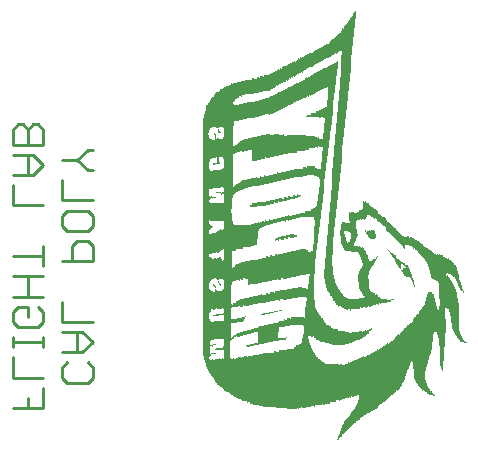
<source format=gbo>
G75*
G70*
%OFA0B0*%
%FSLAX24Y24*%
%IPPOS*%
%LPD*%
%AMOC8*
5,1,8,0,0,1.08239X$1,22.5*
%
%ADD10R,0.0030X0.7950*%
%ADD11R,0.0030X0.8190*%
%ADD12R,0.0030X0.8400*%
%ADD13R,0.0030X0.8610*%
%ADD14R,0.0030X0.8730*%
%ADD15R,0.0030X0.8820*%
%ADD16R,0.0030X0.0990*%
%ADD17R,0.0030X0.7860*%
%ADD18R,0.0030X0.0930*%
%ADD19R,0.0030X0.0780*%
%ADD20R,0.0030X0.0690*%
%ADD21R,0.0030X0.0120*%
%ADD22R,0.0030X0.0630*%
%ADD23R,0.0030X0.0210*%
%ADD24R,0.0030X0.0870*%
%ADD25R,0.0030X0.0810*%
%ADD26R,0.0030X0.1260*%
%ADD27R,0.0030X0.0480*%
%ADD28R,0.0030X0.0960*%
%ADD29R,0.0030X0.0090*%
%ADD30R,0.0030X0.0600*%
%ADD31R,0.0030X0.0150*%
%ADD32R,0.0030X0.0720*%
%ADD33R,0.0030X0.0660*%
%ADD34R,0.0030X0.0030*%
%ADD35R,0.0030X0.0060*%
%ADD36R,0.0030X0.0570*%
%ADD37R,0.0030X0.0540*%
%ADD38R,0.0030X0.1020*%
%ADD39R,0.0030X0.1050*%
%ADD40R,0.0030X0.1080*%
%ADD41R,0.0030X0.1110*%
%ADD42R,0.0030X0.0750*%
%ADD43R,0.0030X0.1170*%
%ADD44R,0.0030X0.1230*%
%ADD45R,0.0030X0.0840*%
%ADD46R,0.0030X0.1290*%
%ADD47R,0.0030X0.1350*%
%ADD48R,0.0030X0.1410*%
%ADD49R,0.0030X1.0140*%
%ADD50R,0.0030X1.0200*%
%ADD51R,0.0030X1.0230*%
%ADD52R,0.0030X1.0290*%
%ADD53R,0.0030X0.8550*%
%ADD54R,0.0030X0.4170*%
%ADD55R,0.0030X0.2430*%
%ADD56R,0.0030X0.3810*%
%ADD57R,0.0030X0.0450*%
%ADD58R,0.0030X0.1200*%
%ADD59R,0.0030X0.0240*%
%ADD60R,0.0030X0.0270*%
%ADD61R,0.0030X0.0510*%
%ADD62R,0.0030X0.0180*%
%ADD63R,0.0030X0.1320*%
%ADD64R,0.0030X0.0300*%
%ADD65R,0.0030X0.1380*%
%ADD66R,0.0030X0.0330*%
%ADD67R,0.0030X0.0360*%
%ADD68R,0.0030X0.0390*%
%ADD69R,0.0030X0.1470*%
%ADD70R,0.0030X0.0420*%
%ADD71R,0.0030X0.1500*%
%ADD72R,0.0030X0.1530*%
%ADD73R,0.0030X0.1560*%
%ADD74R,0.0030X0.1590*%
%ADD75R,0.0030X0.1620*%
%ADD76R,0.0030X0.1650*%
%ADD77R,0.0030X0.1680*%
%ADD78R,0.0030X0.1710*%
%ADD79R,0.0030X0.1740*%
%ADD80R,0.0030X0.1770*%
%ADD81R,0.0030X0.1800*%
%ADD82R,0.0030X0.1830*%
%ADD83R,0.0030X0.1860*%
%ADD84R,0.0030X0.1890*%
%ADD85R,0.0030X0.1920*%
%ADD86R,0.0030X0.1950*%
%ADD87R,0.0030X0.1980*%
%ADD88R,0.0030X0.2010*%
%ADD89R,0.0030X0.2040*%
%ADD90R,0.0030X0.2070*%
%ADD91R,0.0030X0.2100*%
%ADD92R,0.0030X0.2130*%
%ADD93R,0.0030X0.2160*%
%ADD94R,0.0030X0.2310*%
%ADD95R,0.0030X0.2460*%
%ADD96R,0.0030X0.3000*%
%ADD97R,0.0030X0.3150*%
%ADD98R,0.0030X0.3330*%
%ADD99R,0.0030X0.3510*%
%ADD100R,0.0030X0.3930*%
%ADD101R,0.0030X0.2280*%
%ADD102R,0.0030X0.2820*%
%ADD103R,0.0030X0.2850*%
%ADD104R,0.0030X0.3090*%
%ADD105R,0.0030X0.1140*%
%ADD106R,0.0030X0.0900*%
%ADD107R,0.0030X0.1440*%
%ADD108R,0.0030X0.2730*%
%ADD109R,0.0030X0.2700*%
%ADD110R,0.0030X0.2220*%
%ADD111R,0.0030X0.3120*%
%ADD112R,0.0030X0.3540*%
%ADD113R,0.0030X0.2520*%
%ADD114R,0.0030X0.2610*%
%ADD115R,0.0030X0.2670*%
%ADD116R,0.0030X0.2760*%
%ADD117R,0.0030X0.2790*%
%ADD118R,0.0030X0.2880*%
%ADD119R,0.0030X0.2940*%
%ADD120R,0.0030X0.3030*%
%ADD121R,0.0030X0.3180*%
%ADD122R,0.0030X0.3240*%
%ADD123R,0.0030X0.3900*%
%ADD124R,0.0030X0.3630*%
%ADD125R,0.0030X0.3390*%
%ADD126R,0.0030X0.2250*%
%ADD127R,0.0030X0.2340*%
%ADD128R,0.0030X0.2580*%
%ADD129R,0.0030X0.2640*%
%ADD130R,0.0030X0.3690*%
%ADD131R,0.0030X0.3780*%
%ADD132R,0.0030X0.3840*%
%ADD133R,0.0030X0.3480*%
%ADD134C,0.0090*%
D10*
X027835Y010100D03*
D11*
X027865Y010100D03*
D12*
X027895Y010115D03*
D13*
X027925Y010130D03*
D14*
X027955Y010130D03*
D15*
X027985Y010115D03*
D16*
X028795Y010130D03*
X031615Y007190D03*
X028465Y005570D03*
X028015Y014090D03*
X028105Y014240D03*
X028135Y014270D03*
X032215Y015410D03*
D17*
X028015Y009575D03*
D18*
X031645Y007160D03*
X033145Y008690D03*
X035665Y009050D03*
X028375Y005600D03*
X028045Y014150D03*
D19*
X028225Y013145D03*
X028045Y013025D03*
X029485Y013055D03*
X029515Y013055D03*
X029545Y013055D03*
X029575Y013055D03*
X029605Y013055D03*
X029635Y013085D03*
X029665Y013085D03*
X029695Y013085D03*
X029725Y013085D03*
X029755Y013085D03*
X029785Y013115D03*
X029815Y013115D03*
X029845Y013115D03*
X029875Y013115D03*
X029935Y013145D03*
X029965Y013145D03*
X029995Y013145D03*
X030025Y013145D03*
X029155Y010115D03*
X029125Y010115D03*
X029095Y010115D03*
X029065Y010115D03*
X029365Y008915D03*
X028075Y009035D03*
X031255Y009275D03*
X031285Y009275D03*
X031315Y009275D03*
X032485Y010205D03*
X035395Y009275D03*
X031795Y006995D03*
X031765Y007025D03*
X028285Y005645D03*
X032845Y017165D03*
D20*
X031975Y015440D03*
X030475Y013190D03*
X030445Y013190D03*
X030415Y013190D03*
X030385Y013190D03*
X030355Y013190D03*
X028255Y013100D03*
X028075Y013040D03*
X028045Y012050D03*
X028495Y012080D03*
X028525Y010970D03*
X028495Y010040D03*
X028285Y009950D03*
X028255Y009920D03*
X028225Y009920D03*
X028195Y009920D03*
X028165Y009920D03*
X028105Y009890D03*
X028075Y009890D03*
X028045Y009890D03*
X028135Y009050D03*
X028165Y009050D03*
X028285Y009050D03*
X028525Y008990D03*
X032245Y008240D03*
X031855Y006950D03*
X028195Y005690D03*
X035365Y009350D03*
X032755Y010580D03*
X032725Y010580D03*
X032455Y010220D03*
D21*
X033295Y010235D03*
X034135Y009515D03*
X033535Y009305D03*
X034825Y008615D03*
X033925Y007985D03*
X033895Y007985D03*
X033865Y007985D03*
X030835Y010145D03*
X030805Y010145D03*
X030775Y010145D03*
X030745Y010145D03*
X030655Y010115D03*
X030625Y010115D03*
X030595Y010115D03*
X030505Y010085D03*
X030475Y010085D03*
X030445Y010085D03*
X030355Y010055D03*
X030325Y010055D03*
X030145Y010625D03*
X030265Y010655D03*
X030355Y010685D03*
X030385Y010685D03*
X030415Y010685D03*
X030805Y010775D03*
X030925Y010805D03*
X031075Y010835D03*
X030865Y011435D03*
X030835Y011435D03*
X030715Y011405D03*
X030685Y011405D03*
X030595Y011375D03*
X030565Y011375D03*
X030535Y011375D03*
X030445Y011345D03*
X030415Y011345D03*
X030385Y011345D03*
X030295Y011315D03*
X030265Y011315D03*
X030235Y011315D03*
X030175Y011285D03*
X030145Y011285D03*
X030115Y011285D03*
X030085Y011285D03*
X030025Y011255D03*
X029995Y011255D03*
X029965Y011255D03*
X029935Y011255D03*
X029905Y011225D03*
X029875Y011225D03*
X029845Y011225D03*
X029815Y011225D03*
X029785Y011225D03*
X029755Y011195D03*
X029725Y011195D03*
X029695Y011195D03*
X029665Y011195D03*
X029635Y011195D03*
X029605Y011165D03*
X029575Y011165D03*
X029545Y011165D03*
X029515Y011165D03*
X029485Y011165D03*
X028045Y011405D03*
X030985Y011465D03*
X028345Y013655D03*
X031435Y014165D03*
X031465Y014165D03*
X031495Y014165D03*
X028885Y007835D03*
X028855Y007835D03*
X028825Y007835D03*
X028765Y007805D03*
X028525Y007535D03*
X028765Y007295D03*
X028795Y007295D03*
X028855Y007325D03*
X028885Y007325D03*
X028915Y007325D03*
X028945Y007325D03*
X029005Y007355D03*
X029035Y007355D03*
X029065Y007355D03*
X029095Y007355D03*
X029125Y007355D03*
X029155Y007385D03*
X029185Y007385D03*
X029425Y006965D03*
X029305Y006935D03*
X029185Y006905D03*
X029095Y006875D03*
X029065Y006875D03*
X028975Y006845D03*
X028495Y006395D03*
X032335Y003425D03*
X035395Y004925D03*
X035425Y004895D03*
D22*
X031945Y006890D03*
X030295Y006950D03*
X030265Y006950D03*
X030235Y006950D03*
X030205Y006950D03*
X030145Y006920D03*
X030115Y006920D03*
X028525Y007010D03*
X028495Y007010D03*
X028465Y007010D03*
X028435Y007010D03*
X028165Y006980D03*
X028135Y008000D03*
X028105Y008000D03*
X028225Y008030D03*
X028285Y008030D03*
X028465Y009020D03*
X028045Y010970D03*
X028075Y012020D03*
X028105Y012020D03*
X028135Y012020D03*
X028315Y012050D03*
X028345Y012050D03*
X028375Y012050D03*
X028405Y012050D03*
X028375Y013070D03*
X028285Y013070D03*
X028465Y013070D03*
X030535Y013190D03*
X030565Y013190D03*
X030595Y013190D03*
X030625Y013190D03*
X030295Y014600D03*
X030355Y014630D03*
X030415Y014660D03*
X030475Y014690D03*
X030535Y014720D03*
X030595Y014750D03*
X030655Y014780D03*
X030715Y014810D03*
X030775Y014840D03*
X030835Y014870D03*
X030865Y014900D03*
X030895Y014900D03*
X030925Y014930D03*
X030955Y014930D03*
X030985Y014960D03*
X031015Y014960D03*
X031045Y014990D03*
X031075Y014990D03*
X031105Y015020D03*
X031135Y015020D03*
X031165Y015050D03*
X031195Y015050D03*
X031255Y015080D03*
X031315Y015110D03*
X031375Y015140D03*
X032395Y016610D03*
X032425Y016640D03*
X028825Y014900D03*
X033175Y011000D03*
X033055Y008690D03*
X028165Y005720D03*
D23*
X030355Y007190D03*
X030445Y007220D03*
X030475Y007220D03*
X030505Y007220D03*
X030565Y007250D03*
X030595Y007250D03*
X030625Y007250D03*
X030745Y007280D03*
X029185Y007940D03*
X029035Y007910D03*
X029005Y007910D03*
X028975Y007880D03*
X032995Y009680D03*
X033445Y009200D03*
X034285Y009320D03*
X034315Y009290D03*
X034525Y008960D03*
X034735Y008840D03*
X033715Y008000D03*
X033205Y006890D03*
X033175Y006890D03*
X033145Y006860D03*
X032395Y003530D03*
X032395Y010250D03*
X031405Y010880D03*
X031375Y010880D03*
X031345Y010880D03*
X029785Y010520D03*
X029695Y010490D03*
X028045Y010460D03*
X031645Y014210D03*
X031675Y014210D03*
D24*
X028825Y010100D03*
X028045Y009020D03*
X031915Y008990D03*
X035455Y009170D03*
X035515Y009140D03*
X035545Y009110D03*
X035605Y009080D03*
X035605Y007370D03*
X035635Y007280D03*
X028345Y005600D03*
D25*
X028045Y007970D03*
X029335Y008900D03*
X029395Y008930D03*
X029425Y008930D03*
X029455Y008930D03*
X029485Y008930D03*
X029515Y008960D03*
X029545Y008960D03*
X029575Y008960D03*
X029605Y008960D03*
X029635Y008960D03*
X029665Y008990D03*
X029695Y008990D03*
X029725Y008990D03*
X029755Y008990D03*
X029785Y008990D03*
X029815Y009020D03*
X029845Y009020D03*
X029875Y009020D03*
X029905Y009020D03*
X029995Y009050D03*
X030025Y009050D03*
X030055Y009050D03*
X030145Y009080D03*
X030175Y009080D03*
X030205Y009080D03*
X030295Y009110D03*
X030325Y009110D03*
X030445Y009140D03*
X030475Y009140D03*
X030625Y009170D03*
X029035Y010100D03*
X029005Y010100D03*
X028975Y010100D03*
X028945Y010100D03*
X033115Y008690D03*
D26*
X031525Y007385D03*
X028855Y005435D03*
X028825Y005435D03*
X028045Y006755D03*
X032185Y005255D03*
X032215Y005255D03*
X032245Y005255D03*
X028405Y014405D03*
D27*
X029035Y015035D03*
X029065Y015035D03*
X029125Y015065D03*
X029155Y015065D03*
X029185Y015065D03*
X029245Y015095D03*
X029275Y015095D03*
X029305Y015095D03*
X029335Y015095D03*
X029365Y015125D03*
X029395Y015125D03*
X029425Y015125D03*
X029455Y015125D03*
X029545Y015155D03*
X029575Y015155D03*
X029605Y015155D03*
X029695Y015185D03*
X029725Y015185D03*
X029845Y015215D03*
X030265Y015395D03*
X030325Y015425D03*
X030385Y015455D03*
X030445Y015485D03*
X030595Y015575D03*
X030655Y015605D03*
X030715Y015635D03*
X030775Y015665D03*
X030835Y015695D03*
X030895Y015725D03*
X030925Y015755D03*
X030955Y015755D03*
X030985Y015785D03*
X031045Y015815D03*
X031105Y015845D03*
X031165Y015875D03*
X031195Y015905D03*
X031225Y015905D03*
X031255Y015935D03*
X031285Y015935D03*
X031315Y015965D03*
X031345Y015965D03*
X031375Y015995D03*
X031405Y015995D03*
X031435Y016025D03*
X031465Y016025D03*
X031495Y016055D03*
X031525Y016085D03*
X031555Y016085D03*
X031585Y016115D03*
X031615Y016115D03*
X031645Y016145D03*
X031675Y016145D03*
X031705Y016175D03*
X031735Y016175D03*
X031765Y016205D03*
X031825Y016235D03*
X031885Y016265D03*
X031945Y016295D03*
X032005Y016325D03*
X032035Y016355D03*
X032125Y016415D03*
X032275Y015695D03*
X031225Y013265D03*
X033265Y011015D03*
X035245Y009545D03*
X035275Y009515D03*
X035965Y009155D03*
X036025Y009125D03*
X036085Y009095D03*
X032425Y008015D03*
X032395Y008045D03*
X032395Y006755D03*
X032425Y006755D03*
X032365Y006755D03*
X032335Y006755D03*
X028885Y008885D03*
X028045Y005825D03*
X028075Y005765D03*
X032875Y004145D03*
D28*
X028435Y005585D03*
X028405Y005585D03*
X035665Y007205D03*
X032905Y010445D03*
X028075Y014195D03*
D29*
X028375Y013610D03*
X028375Y012590D03*
X028465Y011570D03*
X028495Y011570D03*
X028075Y011420D03*
X029425Y011150D03*
X029455Y011150D03*
X030055Y011270D03*
X030205Y011300D03*
X030325Y011330D03*
X030355Y011330D03*
X030475Y011360D03*
X030505Y011360D03*
X030625Y011390D03*
X030655Y011390D03*
X030745Y011420D03*
X030775Y011420D03*
X030805Y011420D03*
X030895Y011450D03*
X030925Y011450D03*
X030955Y011450D03*
X031015Y011480D03*
X031045Y011480D03*
X030955Y010160D03*
X030925Y010160D03*
X030895Y010160D03*
X030865Y010160D03*
X030715Y010130D03*
X030685Y010130D03*
X030565Y010100D03*
X030535Y010100D03*
X030415Y010070D03*
X030385Y010070D03*
X030295Y010040D03*
X030265Y010040D03*
X028105Y010460D03*
X028345Y008600D03*
X028195Y008480D03*
X028225Y008450D03*
X028795Y007820D03*
X029215Y007400D03*
X028945Y006830D03*
X028915Y006800D03*
X028885Y006800D03*
X028855Y006770D03*
X028795Y006740D03*
X028465Y006380D03*
X028435Y006380D03*
X028405Y006380D03*
X030325Y006680D03*
X030385Y006710D03*
X030415Y006710D03*
X033355Y006980D03*
X033385Y007010D03*
X033955Y007970D03*
X034885Y008480D03*
X034855Y008540D03*
X034465Y008990D03*
X034465Y009230D03*
X034435Y009230D03*
X033565Y009350D03*
X033265Y010250D03*
X036475Y008330D03*
X036505Y006650D03*
X036535Y006620D03*
X035455Y004880D03*
X031405Y014150D03*
X031375Y014150D03*
D30*
X030805Y014855D03*
X030745Y014825D03*
X030685Y014795D03*
X030625Y014765D03*
X030565Y014735D03*
X030505Y014705D03*
X030445Y014675D03*
X030385Y014645D03*
X030325Y014615D03*
X030265Y014585D03*
X030205Y014555D03*
X030145Y014525D03*
X028855Y014945D03*
X030655Y013205D03*
X030685Y013205D03*
X030715Y013205D03*
X030745Y013205D03*
X030775Y013205D03*
X028465Y012065D03*
X028435Y012065D03*
X028285Y012035D03*
X028255Y012035D03*
X028225Y012035D03*
X028195Y012035D03*
X028165Y012035D03*
X028165Y013055D03*
X028195Y013055D03*
X028135Y013055D03*
X028405Y013085D03*
X028435Y013085D03*
X028435Y010955D03*
X028405Y010955D03*
X028375Y010955D03*
X028345Y010955D03*
X028315Y010955D03*
X028285Y010955D03*
X028255Y010955D03*
X028225Y010955D03*
X028075Y010955D03*
X028465Y010955D03*
X028495Y010955D03*
X033205Y010985D03*
X035335Y009395D03*
X032305Y008135D03*
X032005Y006875D03*
X031975Y006875D03*
X032035Y006845D03*
X030175Y006935D03*
X030085Y006905D03*
X030055Y006905D03*
X030025Y006905D03*
X029995Y006905D03*
X029965Y006875D03*
X029935Y006875D03*
X029905Y006875D03*
X029875Y006875D03*
X029815Y006845D03*
X029785Y006845D03*
X029665Y006815D03*
X028405Y006995D03*
X028375Y006995D03*
X028345Y006995D03*
X028315Y006995D03*
X028285Y006995D03*
X028255Y006995D03*
X028225Y006995D03*
X028195Y006995D03*
X028135Y006965D03*
X028105Y006965D03*
X028165Y007985D03*
X028195Y007985D03*
X028315Y008015D03*
X028345Y008015D03*
X028375Y008015D03*
X028405Y008015D03*
X028435Y008015D03*
X028465Y008045D03*
X028135Y005735D03*
X032335Y016565D03*
X032365Y016595D03*
D31*
X031585Y014180D03*
X031555Y014180D03*
X031525Y014180D03*
X028525Y011570D03*
X029875Y010550D03*
X029935Y010580D03*
X029965Y010580D03*
X029995Y010580D03*
X030055Y010610D03*
X030085Y010610D03*
X030115Y010610D03*
X030175Y010640D03*
X030205Y010640D03*
X030235Y010640D03*
X030295Y010670D03*
X030325Y010670D03*
X030445Y010700D03*
X030475Y010700D03*
X030505Y010700D03*
X030535Y010700D03*
X030595Y010730D03*
X030625Y010730D03*
X030655Y010730D03*
X030715Y010760D03*
X030745Y010760D03*
X030775Y010760D03*
X030835Y010790D03*
X030865Y010790D03*
X030895Y010790D03*
X030955Y010820D03*
X030985Y010820D03*
X031015Y010820D03*
X031045Y010820D03*
X031105Y010850D03*
X031135Y010850D03*
X031165Y010850D03*
X031195Y010850D03*
X033325Y010220D03*
X033565Y010160D03*
X034165Y009470D03*
X034195Y009440D03*
X034795Y008690D03*
X033835Y007970D03*
X033805Y007970D03*
X033775Y007970D03*
X033325Y006950D03*
X033295Y006950D03*
X033265Y006920D03*
X036475Y006680D03*
X032365Y003470D03*
X028525Y006380D03*
X029005Y006860D03*
X029035Y006860D03*
X029125Y006890D03*
X029155Y006890D03*
X029215Y006920D03*
X029245Y006920D03*
X029275Y006920D03*
X029335Y006950D03*
X029365Y006950D03*
X029395Y006950D03*
X029455Y006980D03*
X029485Y006980D03*
X029515Y006980D03*
X029545Y007010D03*
X029575Y007010D03*
X029605Y007010D03*
X029635Y007010D03*
X028975Y007340D03*
X028825Y007310D03*
X028915Y007850D03*
X028075Y010460D03*
D32*
X028405Y009995D03*
X028375Y009965D03*
X028315Y009935D03*
X028525Y010025D03*
X029425Y010175D03*
X029455Y010175D03*
X029485Y010175D03*
X029545Y010205D03*
X029575Y010205D03*
X029605Y010205D03*
X028405Y009065D03*
X028375Y009065D03*
X028105Y009035D03*
X028525Y008075D03*
X028075Y007985D03*
X028225Y005675D03*
X033355Y008165D03*
X033085Y008675D03*
X028525Y012095D03*
X028495Y013085D03*
X030205Y013175D03*
X030235Y013175D03*
X030265Y013175D03*
X030295Y013175D03*
X030325Y013175D03*
X028825Y014165D03*
D33*
X030505Y013205D03*
X028105Y013055D03*
X031225Y015065D03*
X031285Y015095D03*
X031345Y015125D03*
X031405Y015155D03*
X031435Y015185D03*
X031465Y015185D03*
X031495Y015215D03*
X031525Y015215D03*
X031555Y015245D03*
X031585Y015245D03*
X031615Y015275D03*
X031645Y015275D03*
X031675Y015305D03*
X031705Y015305D03*
X031735Y015335D03*
X031765Y015335D03*
X031795Y015365D03*
X031825Y015365D03*
X031855Y015395D03*
X031885Y015395D03*
X031915Y015425D03*
X031945Y015425D03*
X032455Y016655D03*
X028465Y010025D03*
X028435Y010025D03*
X028135Y009905D03*
X028195Y009065D03*
X028225Y009065D03*
X028255Y009065D03*
X028435Y009035D03*
X028495Y009005D03*
X028495Y008045D03*
X028255Y008045D03*
X028075Y006965D03*
X031885Y006935D03*
X031915Y006905D03*
X032275Y008165D03*
X032995Y004355D03*
D34*
X032305Y003350D03*
X035545Y004820D03*
X036565Y006590D03*
X036595Y006590D03*
X034165Y008000D03*
X034135Y008000D03*
X034105Y008000D03*
X034435Y008990D03*
X034525Y009200D03*
X034045Y009620D03*
X034015Y009650D03*
X033625Y009440D03*
X031075Y011480D03*
X028405Y011570D03*
X028375Y011570D03*
X028345Y011570D03*
X028315Y011570D03*
X028285Y011570D03*
X028225Y011420D03*
X028195Y011420D03*
X028165Y011420D03*
X028135Y011420D03*
X028135Y010460D03*
X028255Y012530D03*
X028285Y012560D03*
X028405Y013580D03*
X031285Y014120D03*
X030445Y007640D03*
X030415Y007640D03*
X030385Y007640D03*
X030295Y007610D03*
X030265Y007610D03*
X030235Y007610D03*
X030205Y007610D03*
X030175Y007580D03*
X030145Y007580D03*
X030115Y007580D03*
X030085Y007580D03*
X030055Y007580D03*
X030025Y007550D03*
X029995Y007550D03*
X029965Y007550D03*
X029935Y007550D03*
X029905Y007550D03*
X029815Y007520D03*
X029785Y007520D03*
X029245Y007430D03*
X028465Y007520D03*
X028435Y007520D03*
X028405Y007520D03*
X028375Y007520D03*
X028255Y007490D03*
X028225Y007490D03*
X028195Y007490D03*
X028165Y007490D03*
X028165Y006500D03*
X028195Y006500D03*
X028225Y006500D03*
X028105Y006470D03*
X028075Y006470D03*
X028255Y006350D03*
X028225Y006200D03*
X028195Y006200D03*
X028165Y006200D03*
X028135Y006200D03*
X028105Y006200D03*
X029275Y006470D03*
X030595Y006740D03*
D35*
X030565Y006725D03*
X030535Y006725D03*
X030505Y006725D03*
X030475Y006725D03*
X030445Y006725D03*
X030355Y006695D03*
X029635Y006545D03*
X029605Y006545D03*
X029575Y006545D03*
X029545Y006545D03*
X029515Y006515D03*
X029485Y006515D03*
X029455Y006515D03*
X029425Y006515D03*
X029395Y006515D03*
X029365Y006485D03*
X029335Y006485D03*
X029305Y006485D03*
X028825Y006755D03*
X028765Y006725D03*
X028135Y006485D03*
X028285Y006365D03*
X028315Y006365D03*
X028345Y006365D03*
X028375Y006365D03*
X028075Y006185D03*
X028285Y007505D03*
X028315Y007505D03*
X028345Y007505D03*
X028495Y007535D03*
X029845Y007535D03*
X029875Y007535D03*
X028405Y008525D03*
X028375Y008555D03*
X028165Y008495D03*
X030235Y010025D03*
X029395Y011135D03*
X028435Y011555D03*
X028105Y011435D03*
X028165Y012545D03*
X028195Y012545D03*
X028195Y013535D03*
X031315Y014135D03*
X031345Y014135D03*
X032965Y010175D03*
X033235Y010295D03*
X033595Y009395D03*
X034075Y009575D03*
X034105Y009545D03*
X034495Y009215D03*
X034555Y009185D03*
X034585Y009155D03*
X034075Y007985D03*
X034045Y007985D03*
X034015Y007985D03*
X033985Y007985D03*
X033445Y007055D03*
X033415Y007025D03*
X036505Y008285D03*
X035485Y004865D03*
X035515Y004835D03*
D36*
X032965Y004280D03*
X032065Y006830D03*
X032335Y008090D03*
X033385Y008090D03*
X029845Y006860D03*
X029755Y006830D03*
X029725Y006830D03*
X029695Y006830D03*
X029305Y009020D03*
X029275Y009020D03*
X029245Y009020D03*
X029155Y008990D03*
X029125Y008990D03*
X029095Y008990D03*
X029035Y008960D03*
X028195Y010940D03*
X028165Y010940D03*
X028135Y010940D03*
X028105Y010940D03*
X030805Y013220D03*
X030835Y013220D03*
X030865Y013220D03*
X030895Y013220D03*
X030925Y013220D03*
X030235Y014570D03*
X030175Y014540D03*
X030115Y014510D03*
X030085Y014510D03*
X030025Y014480D03*
X028885Y014960D03*
X028855Y014240D03*
X032275Y016520D03*
X032305Y016550D03*
X033235Y011000D03*
D37*
X032425Y010235D03*
X033325Y009125D03*
X032365Y008075D03*
X032095Y006815D03*
X032155Y006785D03*
X032185Y006785D03*
X029215Y009005D03*
X029185Y009005D03*
X029065Y008975D03*
X029005Y008945D03*
X029635Y010325D03*
X030955Y013235D03*
X030985Y013235D03*
X031015Y013235D03*
X031045Y013235D03*
X029575Y014375D03*
X029695Y014405D03*
X029725Y014405D03*
X029815Y014435D03*
X029845Y014435D03*
X029875Y014435D03*
X029905Y014465D03*
X029935Y014465D03*
X029965Y014465D03*
X029995Y014465D03*
X030055Y014495D03*
X029275Y014315D03*
X029245Y014315D03*
X029155Y014285D03*
X029125Y014285D03*
X029005Y014255D03*
X028885Y014255D03*
X028915Y014975D03*
X032215Y016475D03*
X032245Y016505D03*
X035935Y009155D03*
X028105Y005735D03*
X032935Y004235D03*
D38*
X028495Y005555D03*
X031585Y007235D03*
X035575Y007445D03*
X032875Y010415D03*
X028165Y014285D03*
X032815Y016985D03*
D39*
X028195Y014300D03*
X032125Y008600D03*
X028525Y005540D03*
D40*
X035935Y008285D03*
X035995Y008255D03*
X036025Y008225D03*
X028225Y014315D03*
D41*
X028255Y014330D03*
X035965Y008270D03*
X036055Y008180D03*
X035545Y007520D03*
D42*
X032215Y008330D03*
X031375Y009260D03*
X031345Y009260D03*
X029515Y010190D03*
X029395Y010160D03*
X029365Y010160D03*
X029335Y010160D03*
X029305Y010160D03*
X029275Y010130D03*
X029245Y010130D03*
X029215Y010130D03*
X029185Y010130D03*
X028345Y009950D03*
X028345Y009050D03*
X028315Y009050D03*
X031825Y006980D03*
X028255Y005660D03*
X029905Y013130D03*
X030055Y013160D03*
X030085Y013160D03*
X030115Y013160D03*
X030145Y013160D03*
X030175Y013160D03*
X032245Y015560D03*
D43*
X028285Y014330D03*
X036085Y008090D03*
X036325Y007310D03*
X032935Y005420D03*
X032905Y005420D03*
X032845Y005390D03*
X032815Y005390D03*
X032755Y005360D03*
X032725Y005360D03*
X032665Y005330D03*
X032455Y005270D03*
X032425Y005270D03*
X032395Y005270D03*
X028765Y005450D03*
D44*
X028735Y005480D03*
X032275Y005270D03*
X032305Y005270D03*
X032335Y005270D03*
X028315Y014330D03*
X028345Y014360D03*
X028375Y014390D03*
X032185Y015290D03*
D45*
X028525Y013115D03*
X028345Y012965D03*
X028315Y012965D03*
X028855Y010085D03*
X028885Y010085D03*
X028915Y010085D03*
X030355Y009125D03*
X030385Y009125D03*
X030415Y009125D03*
X030505Y009155D03*
X030535Y009155D03*
X030565Y009155D03*
X030595Y009155D03*
X030655Y009185D03*
X030685Y009185D03*
X030715Y009185D03*
X030745Y009185D03*
X030775Y009215D03*
X030805Y009215D03*
X030835Y009215D03*
X030865Y009215D03*
X030895Y009215D03*
X030925Y009245D03*
X030955Y009245D03*
X030985Y009245D03*
X031015Y009245D03*
X031045Y009245D03*
X031075Y009275D03*
X031105Y009275D03*
X031135Y009275D03*
X031165Y009275D03*
X031195Y009275D03*
X031225Y009275D03*
X030265Y009095D03*
X030235Y009095D03*
X030115Y009065D03*
X030085Y009065D03*
X029965Y009035D03*
X029935Y009035D03*
X032185Y008405D03*
X031705Y007085D03*
X031735Y007055D03*
X028315Y005615D03*
X035425Y009215D03*
X035575Y009095D03*
X032515Y010175D03*
D46*
X034765Y006620D03*
X032155Y005240D03*
X032125Y005240D03*
X032095Y005240D03*
X032065Y005240D03*
X028915Y005420D03*
X028885Y005420D03*
X028465Y014420D03*
X028435Y014420D03*
X032785Y016820D03*
D47*
X028495Y014420D03*
X035695Y007130D03*
X034795Y006620D03*
X031915Y005210D03*
D48*
X031825Y005240D03*
X031795Y005240D03*
X029125Y005390D03*
X029095Y005390D03*
X036115Y007940D03*
X028525Y014390D03*
D49*
X028555Y010055D03*
X028585Y010055D03*
D50*
X028615Y010055D03*
D51*
X028645Y010040D03*
X028675Y010040D03*
D52*
X028705Y010040D03*
D53*
X028735Y010910D03*
D54*
X028765Y013130D03*
D55*
X028765Y009710D03*
X035005Y006350D03*
D56*
X028795Y013310D03*
D57*
X031255Y013250D03*
X031285Y013250D03*
X031315Y013250D03*
X031345Y013250D03*
X029215Y015080D03*
X031795Y016220D03*
X031855Y016250D03*
X031915Y016280D03*
X031975Y016310D03*
X032575Y009890D03*
X033355Y009140D03*
X033025Y008720D03*
X033445Y008060D03*
X033475Y008060D03*
X032485Y007970D03*
X032455Y008000D03*
X032455Y006740D03*
X032485Y006740D03*
X032515Y006740D03*
X032545Y006740D03*
X035905Y007160D03*
X036265Y008870D03*
X036235Y008930D03*
X036175Y009020D03*
X036145Y009050D03*
X036115Y009080D03*
X036055Y009110D03*
X028855Y008870D03*
X028825Y008870D03*
X028795Y008840D03*
X032845Y004100D03*
X032815Y004070D03*
X032785Y004040D03*
D58*
X032365Y005255D03*
X032875Y005405D03*
X032965Y005435D03*
X032995Y005435D03*
X028795Y005435D03*
D59*
X030535Y007235D03*
X030655Y007265D03*
X030685Y007265D03*
X030715Y007265D03*
X030775Y007295D03*
X030805Y007295D03*
X030835Y007295D03*
X030925Y007325D03*
X030955Y007325D03*
X031075Y007295D03*
X031105Y007295D03*
X031135Y007295D03*
X029635Y008015D03*
X029605Y008015D03*
X029485Y007985D03*
X029455Y007985D03*
X029425Y007985D03*
X029395Y007985D03*
X029335Y007955D03*
X029305Y007955D03*
X029275Y007955D03*
X029245Y007955D03*
X029215Y007955D03*
X029155Y007925D03*
X029125Y007925D03*
X029095Y007925D03*
X029065Y007925D03*
X033025Y006815D03*
X033085Y006845D03*
X033115Y006845D03*
X033685Y007985D03*
X034555Y008945D03*
X034585Y008945D03*
X034345Y009245D03*
X033025Y009665D03*
X033385Y010205D03*
X033535Y010175D03*
X031435Y010895D03*
X031615Y012275D03*
X031765Y013235D03*
X031795Y013235D03*
X031735Y014225D03*
X031705Y014225D03*
X028945Y013055D03*
X028885Y013025D03*
X028855Y013025D03*
X028825Y012995D03*
X029005Y011765D03*
X028975Y011735D03*
X028945Y011735D03*
X028915Y011705D03*
X028885Y011675D03*
X028825Y011645D03*
X032305Y015845D03*
X036415Y008465D03*
X036415Y006755D03*
X035305Y005015D03*
X032425Y003575D03*
D60*
X032455Y003620D03*
X032935Y006800D03*
X032965Y006800D03*
X032995Y006800D03*
X033055Y006830D03*
X033655Y008000D03*
X032995Y008750D03*
X033415Y009170D03*
X033055Y009650D03*
X032635Y009770D03*
X033415Y010190D03*
X033805Y010640D03*
X033775Y010670D03*
X033745Y010700D03*
X033715Y010730D03*
X033685Y010760D03*
X033025Y010820D03*
X032995Y010820D03*
X032965Y010820D03*
X032935Y010790D03*
X032635Y010430D03*
X032605Y010430D03*
X032575Y010430D03*
X031465Y010910D03*
X030835Y012200D03*
X030805Y012200D03*
X030775Y012200D03*
X030745Y012200D03*
X030715Y012170D03*
X030685Y012170D03*
X030655Y012170D03*
X030625Y012170D03*
X030595Y012170D03*
X030565Y012140D03*
X030535Y012140D03*
X030505Y012140D03*
X030475Y012140D03*
X030445Y012140D03*
X030415Y012110D03*
X030385Y012110D03*
X030355Y012110D03*
X030325Y012110D03*
X030265Y012080D03*
X030235Y012080D03*
X030205Y012080D03*
X030175Y012080D03*
X030145Y012050D03*
X030115Y012050D03*
X030085Y012050D03*
X030055Y012050D03*
X030025Y012050D03*
X029995Y012020D03*
X029965Y012020D03*
X029935Y012020D03*
X029905Y012020D03*
X029845Y011990D03*
X029815Y011990D03*
X029785Y011990D03*
X029755Y011990D03*
X029695Y011960D03*
X029665Y011960D03*
X029635Y011960D03*
X029575Y011930D03*
X029545Y011930D03*
X029515Y011930D03*
X029485Y011930D03*
X029425Y011900D03*
X029395Y011900D03*
X029365Y011900D03*
X029335Y011900D03*
X029275Y011870D03*
X029245Y011870D03*
X029065Y011810D03*
X029035Y011780D03*
X028855Y011660D03*
X030865Y012230D03*
X030895Y012230D03*
X030925Y012230D03*
X030955Y012230D03*
X030985Y012230D03*
X031015Y012260D03*
X031045Y012260D03*
X031075Y012260D03*
X031105Y012260D03*
X031135Y012260D03*
X031255Y012290D03*
X031285Y012290D03*
X031555Y012290D03*
X031585Y012290D03*
X031645Y012260D03*
X031675Y012260D03*
X031705Y013250D03*
X031735Y013250D03*
X031765Y014240D03*
X031795Y014240D03*
X028975Y013070D03*
X028915Y013040D03*
X034555Y009980D03*
X034585Y009980D03*
X034615Y009980D03*
X034705Y009950D03*
X034375Y009200D03*
X034405Y009170D03*
X034705Y008900D03*
X036385Y008540D03*
X031255Y008240D03*
X030205Y008120D03*
X030055Y008090D03*
X030025Y008090D03*
X029995Y008090D03*
X029905Y008060D03*
X029875Y008060D03*
X029845Y008060D03*
X029815Y008060D03*
X029755Y008030D03*
X029725Y008030D03*
X029695Y008030D03*
X029665Y008030D03*
X029575Y008000D03*
X029545Y008000D03*
X029515Y008000D03*
X029365Y007970D03*
X030865Y007310D03*
X030895Y007310D03*
X030985Y007310D03*
X031015Y007310D03*
X031045Y007310D03*
X032905Y017510D03*
D61*
X032875Y017330D03*
X032185Y016460D03*
X032155Y016430D03*
X032095Y016400D03*
X032065Y016370D03*
X031135Y015860D03*
X031075Y015830D03*
X031015Y015800D03*
X030865Y015710D03*
X030805Y015680D03*
X030745Y015650D03*
X030685Y015620D03*
X030625Y015590D03*
X030565Y015560D03*
X030535Y015530D03*
X030505Y015530D03*
X030475Y015500D03*
X030415Y015470D03*
X030355Y015440D03*
X030295Y015410D03*
X030235Y015380D03*
X030205Y015350D03*
X030175Y015350D03*
X030145Y015320D03*
X030115Y015320D03*
X030085Y015290D03*
X030055Y015290D03*
X030025Y015260D03*
X029995Y015260D03*
X029965Y015230D03*
X029935Y015230D03*
X029905Y015230D03*
X029875Y015230D03*
X029815Y015200D03*
X029785Y015200D03*
X029755Y015200D03*
X029665Y015170D03*
X029635Y015170D03*
X029515Y015140D03*
X029485Y015140D03*
X029095Y015050D03*
X029005Y015020D03*
X028975Y015020D03*
X028945Y014990D03*
X029605Y014390D03*
X029635Y014390D03*
X029665Y014390D03*
X029755Y014420D03*
X029785Y014420D03*
X029545Y014360D03*
X029515Y014360D03*
X029485Y014360D03*
X029455Y014360D03*
X029425Y014330D03*
X029395Y014330D03*
X029365Y014330D03*
X029335Y014330D03*
X029305Y014330D03*
X029215Y014300D03*
X029185Y014300D03*
X029095Y014270D03*
X029065Y014270D03*
X029035Y014270D03*
X028975Y014240D03*
X028945Y014240D03*
X028915Y014240D03*
X031075Y013250D03*
X031105Y013250D03*
X031135Y013250D03*
X031165Y013250D03*
X031195Y013250D03*
X032545Y009950D03*
X033145Y009500D03*
X035305Y009470D03*
X035995Y009140D03*
X033415Y008060D03*
X032305Y006770D03*
X032275Y006770D03*
X032245Y006770D03*
X032215Y006770D03*
X032125Y006800D03*
X028975Y008930D03*
X028945Y008930D03*
X028915Y008900D03*
X032905Y004190D03*
D62*
X035335Y004985D03*
X035365Y004955D03*
X036445Y006725D03*
X036445Y008405D03*
X034765Y008765D03*
X034495Y008975D03*
X034255Y009365D03*
X034225Y009395D03*
X033505Y009275D03*
X033475Y009245D03*
X032965Y009695D03*
X032935Y009695D03*
X032905Y009695D03*
X032875Y009695D03*
X033355Y010205D03*
X031315Y010865D03*
X031285Y010865D03*
X031255Y010865D03*
X031225Y010865D03*
X030685Y010745D03*
X030565Y010715D03*
X030025Y010595D03*
X029905Y010565D03*
X029845Y010535D03*
X029815Y010535D03*
X029755Y010505D03*
X029725Y010505D03*
X033745Y007985D03*
X033235Y006905D03*
X030415Y007205D03*
X030385Y007205D03*
X028945Y007865D03*
X031615Y014195D03*
D63*
X031705Y011105D03*
X031675Y010865D03*
X032785Y010265D03*
X032815Y010265D03*
X032845Y010265D03*
X031555Y009815D03*
X035515Y007535D03*
X036295Y007415D03*
X034735Y006575D03*
X032035Y005225D03*
X032005Y005225D03*
X031975Y005225D03*
X031945Y005225D03*
X028975Y005405D03*
X028945Y005405D03*
D64*
X031165Y007265D03*
X030355Y008135D03*
X030325Y008135D03*
X030295Y008135D03*
X030265Y008135D03*
X030235Y008135D03*
X030175Y008105D03*
X030145Y008105D03*
X030115Y008105D03*
X030085Y008105D03*
X029965Y008075D03*
X029935Y008075D03*
X029785Y008045D03*
X030415Y008165D03*
X030445Y008165D03*
X030475Y008165D03*
X030625Y008195D03*
X031135Y008255D03*
X031165Y008255D03*
X031195Y008255D03*
X031225Y008255D03*
X031285Y008225D03*
X033055Y007895D03*
X033085Y007895D03*
X033175Y007925D03*
X033625Y008015D03*
X032905Y006785D03*
X032875Y006785D03*
X035275Y005075D03*
X036385Y006815D03*
X032695Y009785D03*
X032665Y009785D03*
X032935Y010205D03*
X032695Y010415D03*
X032665Y010415D03*
X032545Y010445D03*
X032695Y010775D03*
X033055Y010835D03*
X033085Y010835D03*
X033565Y010865D03*
X033595Y010835D03*
X033625Y010805D03*
X033655Y010775D03*
X033835Y010625D03*
X033865Y010595D03*
X033895Y010565D03*
X033505Y010175D03*
X033475Y010175D03*
X033445Y010175D03*
X034645Y009965D03*
X034675Y009965D03*
X034735Y009935D03*
X034765Y009935D03*
X034795Y009905D03*
X034825Y009905D03*
X034885Y009875D03*
X031495Y010895D03*
X029725Y011975D03*
X029605Y011945D03*
X029455Y011915D03*
X029305Y011885D03*
X029215Y011855D03*
X029185Y011855D03*
X029155Y011855D03*
X029125Y011825D03*
X029095Y011825D03*
X029875Y012005D03*
X030295Y012095D03*
X031165Y012275D03*
X031195Y012275D03*
X031225Y012275D03*
X031315Y012305D03*
X031345Y012305D03*
X031375Y012305D03*
X031405Y012305D03*
X031435Y012305D03*
X031465Y012305D03*
X031495Y012305D03*
X031525Y012305D03*
X031675Y013265D03*
X031825Y014255D03*
X029005Y013085D03*
X029665Y010445D03*
X032485Y003665D03*
D65*
X031885Y005225D03*
X031855Y005225D03*
X029065Y005405D03*
X029035Y005405D03*
X029005Y005405D03*
X034705Y006515D03*
X031945Y009095D03*
X031525Y009575D03*
X031645Y010625D03*
D66*
X032605Y009800D03*
X032725Y009800D03*
X033385Y009140D03*
X034405Y010040D03*
X034375Y010070D03*
X034345Y010100D03*
X034315Y010130D03*
X034195Y010250D03*
X034165Y010280D03*
X034135Y010310D03*
X034105Y010340D03*
X034075Y010370D03*
X034045Y010400D03*
X034015Y010430D03*
X033985Y010460D03*
X033955Y010490D03*
X033925Y010520D03*
X033535Y010880D03*
X033505Y010910D03*
X033475Y010940D03*
X033385Y011000D03*
X033115Y010850D03*
X034435Y010010D03*
X034855Y009890D03*
X034915Y009860D03*
X034945Y009830D03*
X034975Y009800D03*
X034675Y008960D03*
X033595Y008030D03*
X033205Y007940D03*
X033145Y007910D03*
X033115Y007910D03*
X033025Y007880D03*
X032995Y007880D03*
X032965Y007880D03*
X032935Y007880D03*
X032905Y007880D03*
X032845Y006770D03*
X032815Y006770D03*
X031105Y008270D03*
X031075Y008270D03*
X031045Y008270D03*
X031015Y008270D03*
X030925Y008240D03*
X030895Y008240D03*
X030865Y008240D03*
X030835Y008240D03*
X030805Y008240D03*
X030775Y008210D03*
X030745Y008210D03*
X030715Y008210D03*
X030685Y008210D03*
X030655Y008210D03*
X030595Y008180D03*
X030565Y008180D03*
X030535Y008180D03*
X030505Y008180D03*
X030385Y008150D03*
X031885Y008870D03*
X036355Y008630D03*
X031705Y012200D03*
X031645Y013250D03*
X031855Y014240D03*
X031885Y014240D03*
X029065Y013130D03*
X029035Y013100D03*
D67*
X029095Y013145D03*
X029125Y013145D03*
X031555Y013265D03*
X031585Y013265D03*
X031615Y013265D03*
X031525Y010895D03*
X033145Y010865D03*
X033355Y011015D03*
X033415Y010985D03*
X033445Y010955D03*
X034225Y010235D03*
X034255Y010205D03*
X034285Y010175D03*
X034465Y009965D03*
X033085Y009605D03*
X030985Y008255D03*
X030955Y008255D03*
X032665Y007865D03*
X032695Y007865D03*
X032725Y007865D03*
X032785Y007865D03*
X032815Y007865D03*
X032845Y007865D03*
X032875Y007865D03*
X033565Y008015D03*
X032785Y006755D03*
X032755Y006755D03*
X032725Y006755D03*
X032695Y006755D03*
X030325Y007115D03*
X032515Y003725D03*
X036325Y008705D03*
D68*
X036295Y008780D03*
X035095Y009680D03*
X035065Y009710D03*
X035035Y009740D03*
X035005Y009770D03*
X034525Y009920D03*
X034495Y009950D03*
X034615Y008990D03*
X034645Y008990D03*
X033535Y008030D03*
X032755Y007850D03*
X032635Y007880D03*
X032605Y007880D03*
X032575Y007910D03*
X032635Y006740D03*
X032665Y006740D03*
X032545Y003770D03*
X033325Y011030D03*
X031525Y013280D03*
X029305Y013190D03*
X029275Y013190D03*
X029245Y013190D03*
X029185Y013160D03*
X029155Y013160D03*
D69*
X032155Y015140D03*
X031615Y010400D03*
X029185Y005390D03*
X029155Y005390D03*
D70*
X032575Y006755D03*
X032605Y006755D03*
X032545Y007925D03*
X032515Y007955D03*
X033505Y008045D03*
X033115Y009545D03*
X032755Y009845D03*
X031555Y010865D03*
X033295Y011045D03*
X035125Y009665D03*
X035155Y009635D03*
X035185Y009605D03*
X035215Y009575D03*
X036205Y008975D03*
X036355Y006905D03*
X035245Y005135D03*
X032755Y003995D03*
X032725Y003965D03*
X032695Y003935D03*
X032665Y003905D03*
X032635Y003875D03*
X032605Y003845D03*
X032575Y003815D03*
X029215Y013175D03*
X029335Y013205D03*
X029365Y013205D03*
X029395Y013205D03*
X029425Y013205D03*
X029455Y013205D03*
X031375Y013265D03*
X031405Y013265D03*
X031435Y013265D03*
X031465Y013265D03*
X031495Y013265D03*
D71*
X035695Y008765D03*
X034645Y006395D03*
X031735Y005255D03*
X029275Y005375D03*
X029245Y005375D03*
X029215Y005375D03*
D72*
X029305Y005360D03*
X031705Y005270D03*
X036235Y007610D03*
X032755Y016640D03*
D73*
X033205Y008915D03*
X036145Y007805D03*
X036175Y007745D03*
X036205Y007685D03*
X034615Y006335D03*
X031675Y005285D03*
X029365Y005375D03*
X029335Y005375D03*
D74*
X029395Y005360D03*
X029425Y005360D03*
X029455Y005360D03*
X031645Y005300D03*
X033175Y008960D03*
D75*
X035485Y007415D03*
X034585Y006275D03*
X031615Y005315D03*
X029485Y005345D03*
X031765Y011795D03*
D76*
X031735Y011540D03*
X034855Y006560D03*
X034555Y006230D03*
X031585Y005330D03*
X029575Y005360D03*
X029545Y005360D03*
X029515Y005360D03*
D77*
X029605Y005345D03*
X029635Y005345D03*
X029665Y005345D03*
X034525Y006185D03*
X035905Y008585D03*
D78*
X033295Y008630D03*
X031585Y010250D03*
X031795Y012110D03*
X034495Y006140D03*
X031555Y005330D03*
X029695Y005360D03*
D79*
X029725Y005345D03*
X029755Y005345D03*
X029785Y005345D03*
X029815Y005345D03*
X031345Y007685D03*
X034465Y006095D03*
X032125Y015005D03*
D80*
X033265Y008660D03*
X034435Y006050D03*
X031525Y005360D03*
X029875Y005360D03*
X029845Y005360D03*
D81*
X029905Y005345D03*
X029935Y005345D03*
X029965Y005345D03*
X029995Y005345D03*
X034105Y005735D03*
X034405Y006005D03*
X035455Y007355D03*
X032725Y016475D03*
D82*
X031855Y012680D03*
X031825Y012440D03*
X034375Y005960D03*
X034285Y005900D03*
X034255Y005870D03*
X034225Y005840D03*
X034195Y005810D03*
X034165Y005780D03*
X034135Y005750D03*
X034075Y005720D03*
X034045Y005690D03*
X034015Y005660D03*
X033925Y005600D03*
X031495Y005390D03*
X030175Y005360D03*
X030145Y005360D03*
X030115Y005360D03*
X030085Y005360D03*
X030055Y005360D03*
X030025Y005360D03*
D83*
X030205Y005375D03*
X030235Y005375D03*
X031465Y005405D03*
X033865Y005555D03*
X033895Y005585D03*
X033955Y005615D03*
X033985Y005645D03*
X034315Y005915D03*
X034345Y005945D03*
X033235Y008705D03*
X031975Y009245D03*
X031945Y013505D03*
D84*
X031975Y013760D03*
X031885Y012980D03*
X033835Y005540D03*
X033805Y005510D03*
X033775Y005480D03*
X033745Y005480D03*
X033715Y005450D03*
X033685Y005420D03*
X030355Y005360D03*
X030325Y005360D03*
X030295Y005360D03*
X030265Y005360D03*
D85*
X030385Y005375D03*
X030415Y005375D03*
X030445Y005375D03*
X030475Y005375D03*
X030505Y005375D03*
X033295Y005195D03*
X033325Y005195D03*
X033355Y005225D03*
X033385Y005225D03*
X033415Y005255D03*
X033445Y005285D03*
X033475Y005285D03*
X033505Y005315D03*
X033535Y005315D03*
X033565Y005345D03*
X033625Y005375D03*
X033655Y005405D03*
D86*
X033595Y005360D03*
X033265Y005180D03*
X033235Y005150D03*
X033205Y005150D03*
X031435Y005450D03*
X030595Y005390D03*
X030565Y005390D03*
X030535Y005390D03*
X035425Y007310D03*
D87*
X033175Y005135D03*
X033145Y005105D03*
X033115Y005105D03*
X033085Y005075D03*
X030685Y005375D03*
X030655Y005375D03*
X030625Y005375D03*
X031375Y007805D03*
X032095Y014855D03*
D88*
X030835Y005390D03*
X030805Y005390D03*
X030775Y005390D03*
X030745Y005390D03*
X030715Y005390D03*
X033055Y005060D03*
D89*
X033025Y005045D03*
X031405Y005465D03*
X030865Y005405D03*
X034885Y006395D03*
D90*
X035395Y007250D03*
X030925Y005420D03*
X030895Y005420D03*
X032695Y016310D03*
D91*
X030985Y005435D03*
X030955Y005435D03*
D92*
X031015Y005450D03*
X031075Y005480D03*
X031915Y013370D03*
D93*
X035365Y007205D03*
X034915Y006365D03*
X031375Y005525D03*
X031105Y005495D03*
X031045Y005465D03*
D94*
X031135Y005570D03*
X035245Y006800D03*
X035305Y007040D03*
X032665Y016130D03*
D95*
X032035Y014585D03*
X031165Y005645D03*
D96*
X031195Y005915D03*
X035875Y007955D03*
D97*
X031225Y005990D03*
D98*
X031255Y006110D03*
X032455Y014510D03*
D99*
X035725Y007760D03*
X031285Y006200D03*
D100*
X031315Y006410D03*
D101*
X031345Y005585D03*
X032005Y009395D03*
D102*
X031405Y008225D03*
X035185Y006395D03*
D103*
X031465Y008210D03*
X031435Y008210D03*
X032605Y015770D03*
D104*
X032365Y013490D03*
X031495Y008330D03*
D105*
X031555Y007295D03*
X032485Y005285D03*
X032515Y005285D03*
X032545Y005285D03*
X032575Y005315D03*
X032605Y005315D03*
X032635Y005315D03*
X032695Y005345D03*
X032785Y005375D03*
D106*
X031675Y007115D03*
X033325Y008255D03*
X032155Y008495D03*
X035485Y009155D03*
X035635Y009065D03*
D107*
X036265Y007535D03*
X034825Y006635D03*
X034675Y006455D03*
X031765Y005255D03*
D108*
X032005Y014450D03*
D109*
X032035Y009575D03*
X035125Y006365D03*
D110*
X032065Y014735D03*
D111*
X032575Y015605D03*
X032065Y009725D03*
D112*
X032095Y009905D03*
D113*
X032125Y010775D03*
X035035Y006365D03*
D114*
X032155Y011120D03*
X032635Y015950D03*
D115*
X032185Y011450D03*
D116*
X032215Y011795D03*
D117*
X032245Y012140D03*
X035155Y006380D03*
D118*
X035215Y006395D03*
X032275Y012485D03*
D119*
X032305Y012815D03*
D120*
X032335Y013160D03*
D121*
X032395Y013835D03*
D122*
X032425Y014165D03*
D123*
X032485Y015095D03*
D124*
X032515Y015260D03*
D125*
X032545Y015440D03*
D126*
X035335Y007130D03*
X034945Y006380D03*
D127*
X034975Y006365D03*
X035275Y006935D03*
D128*
X035065Y006365D03*
D129*
X035095Y006365D03*
D130*
X035755Y007640D03*
D131*
X035785Y007595D03*
D132*
X035815Y007565D03*
D133*
X035845Y007715D03*
D134*
X022476Y004409D02*
X021465Y004409D01*
X021970Y004409D02*
X021970Y004746D01*
X022476Y004409D02*
X022476Y005083D01*
X022476Y005422D02*
X021465Y005422D01*
X021465Y006096D01*
X021465Y006435D02*
X021465Y006772D01*
X021465Y006603D02*
X022476Y006603D01*
X022476Y006435D02*
X022476Y006772D01*
X022307Y007110D02*
X021633Y007110D01*
X021465Y007279D01*
X021465Y007615D01*
X021633Y007784D01*
X021970Y007784D01*
X021970Y007447D01*
X022307Y007110D02*
X022476Y007279D01*
X022476Y007615D01*
X022307Y007784D01*
X022476Y008123D02*
X021465Y008123D01*
X021970Y008123D02*
X021970Y008797D01*
X021465Y008797D02*
X022476Y008797D01*
X022476Y009136D02*
X022476Y009810D01*
X022476Y009473D02*
X021465Y009473D01*
X023115Y009305D02*
X024126Y009305D01*
X024126Y009810D01*
X023957Y009979D01*
X023620Y009979D01*
X023452Y009810D01*
X023452Y009305D01*
X023283Y010317D02*
X023115Y010486D01*
X023115Y010823D01*
X023283Y010991D01*
X023957Y010991D01*
X024126Y010823D01*
X024126Y010486D01*
X023957Y010317D01*
X023283Y010317D01*
X022476Y011162D02*
X021465Y011162D01*
X021465Y011835D01*
X021465Y012174D02*
X022139Y012174D01*
X022476Y012511D01*
X022139Y012848D01*
X021465Y012848D01*
X021970Y012848D02*
X021970Y012174D01*
X023115Y012004D02*
X023115Y011330D01*
X024126Y011330D01*
X024126Y012343D02*
X023957Y012343D01*
X023620Y012680D01*
X023115Y012680D01*
X023620Y012680D02*
X023957Y013017D01*
X024126Y013017D01*
X022476Y013187D02*
X022476Y013693D01*
X022307Y013861D01*
X022139Y013861D01*
X021970Y013693D01*
X021970Y013187D01*
X021465Y013187D02*
X021465Y013693D01*
X021633Y013861D01*
X021802Y013861D01*
X021970Y013693D01*
X021465Y013187D02*
X022476Y013187D01*
X023115Y007953D02*
X023115Y007279D01*
X024126Y007279D01*
X023789Y006940D02*
X023115Y006940D01*
X023620Y006940D02*
X023620Y006266D01*
X023789Y006266D02*
X024126Y006603D01*
X023789Y006940D01*
X023789Y006266D02*
X023115Y006266D01*
X023283Y005927D02*
X023115Y005759D01*
X023115Y005422D01*
X023283Y005253D01*
X023957Y005253D01*
X024126Y005422D01*
X024126Y005759D01*
X023957Y005927D01*
M02*

</source>
